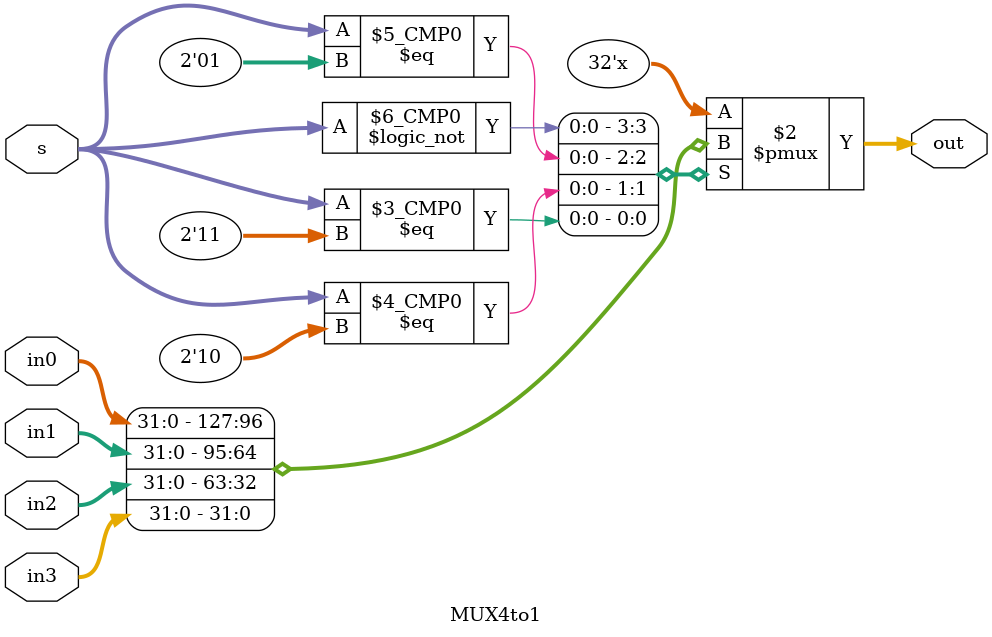
<source format=v>
`timescale 1ns / 1ps


module MUX2to1(
    input [31:0]in0,in1,
    input s,
    output [31:0]out
    );
    assign out = s ? in1:in0;
endmodule

module MUX3to1(
    input [31:0]in0,in1,in2,
    input [1:0]s,
    output reg [31:0]out
    );
    always @ (*)
    begin
        case(s)
            2'b00:out = in0;
            2'b01:out = in1;
            2'b10:out = in2;
            default: out = 32'bx;
        endcase
    end
endmodule

module MUX4to1(
    input [31:0]in0,in1,in2,in3,
    input [1:0]s,
    output reg [31:0]out
    );
    always @ (*)
    begin
        case(s)
            2'b00:out = in0;
            2'b01:out = in1;
            2'b10:out = in2;
            2'b11:out = in3;
        endcase
    end
endmodule

</source>
